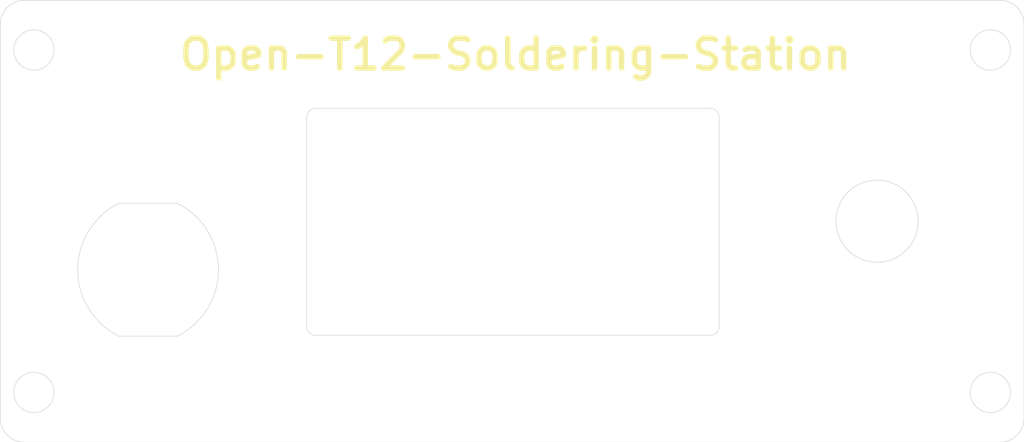
<source format=kicad_pcb>
(kicad_pcb
	(version 20240108)
	(generator "pcbnew")
	(generator_version "8.0")
	(general
		(thickness 1.6)
		(legacy_teardrops no)
	)
	(paper "A4")
	(layers
		(0 "F.Cu" signal)
		(31 "B.Cu" signal)
		(32 "B.Adhes" user "B.Adhesive")
		(33 "F.Adhes" user "F.Adhesive")
		(34 "B.Paste" user)
		(35 "F.Paste" user)
		(36 "B.SilkS" user "B.Silkscreen")
		(37 "F.SilkS" user "F.Silkscreen")
		(38 "B.Mask" user)
		(39 "F.Mask" user)
		(40 "Dwgs.User" user "User.Drawings")
		(41 "Cmts.User" user "User.Comments")
		(42 "Eco1.User" user "User.Eco1")
		(43 "Eco2.User" user "User.Eco2")
		(44 "Edge.Cuts" user)
		(45 "Margin" user)
		(46 "B.CrtYd" user "B.Courtyard")
		(47 "F.CrtYd" user "F.Courtyard")
		(48 "B.Fab" user)
		(49 "F.Fab" user)
	)
	(setup
		(pad_to_mask_clearance 0)
		(allow_soldermask_bridges_in_footprints no)
		(grid_origin 83 149)
		(pcbplotparams
			(layerselection 0x00010a0_7ffffffe)
			(plot_on_all_layers_selection 0x0000000_00000000)
			(disableapertmacros no)
			(usegerberextensions no)
			(usegerberattributes yes)
			(usegerberadvancedattributes yes)
			(creategerberjobfile yes)
			(dashed_line_dash_ratio 12.000000)
			(dashed_line_gap_ratio 3.000000)
			(svgprecision 4)
			(plotframeref no)
			(viasonmask no)
			(mode 1)
			(useauxorigin no)
			(hpglpennumber 1)
			(hpglpenspeed 20)
			(hpglpendiameter 15.000000)
			(pdf_front_fp_property_popups yes)
			(pdf_back_fp_property_popups yes)
			(dxfpolygonmode yes)
			(dxfimperialunits yes)
			(dxfusepcbnewfont yes)
			(psnegative no)
			(psa4output no)
			(plotreference yes)
			(plotvalue yes)
			(plotfptext yes)
			(plotinvisibletext no)
			(sketchpadsonfab no)
			(subtractmaskfromsilk no)
			(outputformat 1)
			(mirror no)
			(drillshape 0)
			(scaleselection 1)
			(outputdirectory "")
		)
	)
	(net 0 "")
	(gr_arc
		(start 99.8275 139.3988)
		(mid 100.366315 139.621985)
		(end 100.5895 140.1608)
		(stroke
			(width 0.05)
			(type solid)
		)
		(layer "Edge.Cuts")
		(uuid "061d9038-1dd6-4615-8571-53b6ec253536")
	)
	(gr_circle
		(center 123.64 134.4331)
		(end 121.9255 134.4331)
		(stroke
			(width 0.05)
			(type solid)
		)
		(fill none)
		(layer "Edge.Cuts")
		(uuid "18a59845-a7c5-4c27-a0bb-a4bac7f7d69d")
	)
	(gr_line
		(start 49.5863 147.476)
		(end 54.5393 147.476)
		(stroke
			(width 0.05)
			(type solid)
		)
		(layer "Edge.Cuts")
		(uuid "2376fb43-f69f-44c5-8177-9135b6156238")
	)
	(gr_arc
		(start 126.4975 165.764)
		(mid 125.902341 167.200841)
		(end 124.4655 167.796)
		(stroke
			(width 0.05)
			(type solid)
		)
		(layer "Edge.Cuts")
		(uuid "25cbe137-4f57-45b4-b0b6-a6d8ef177f9b")
	)
	(gr_arc
		(start 49.5863 158.779)
		(mid 46.0811 153.1275)
		(end 49.5863 147.476)
		(stroke
			(width 0.05)
			(type solid)
		)
		(layer "Edge.Cuts")
		(uuid "26ec70f3-847e-4ac3-88de-72118caee094")
	)
	(gr_arc
		(start 39.5025 132.236)
		(mid 40.097659 130.799159)
		(end 41.5345 130.204)
		(stroke
			(width 0.05)
			(type solid)
		)
		(layer "Edge.Cuts")
		(uuid "3f22e141-3e2a-49b8-9335-75ffb3c3531f")
	)
	(gr_circle
		(center 114.0134 149)
		(end 110.5209 149)
		(stroke
			(width 0.05)
			(type solid)
		)
		(fill none)
		(layer "Edge.Cuts")
		(uuid "429dc7e7-6a9b-4b72-990d-e865d1a8400c")
	)
	(gr_line
		(start 100.5895 157.9408)
		(end 100.5895 140.1608)
		(stroke
			(width 0.05)
			(type solid)
		)
		(layer "Edge.Cuts")
		(uuid "43d2f9e1-71c9-45d5-896b-e250bc1667c9")
	)
	(gr_arc
		(start 54.5393 147.476)
		(mid 58.0445 153.1275)
		(end 54.5393 158.779)
		(stroke
			(width 0.05)
			(type solid)
		)
		(layer "Edge.Cuts")
		(uuid "479d833e-2c98-4718-99fb-b3db84389f93")
	)
	(gr_arc
		(start 66.2995 158.7028)
		(mid 65.760685 158.479615)
		(end 65.5375 157.9408)
		(stroke
			(width 0.05)
			(type solid)
		)
		(layer "Edge.Cuts")
		(uuid "78897ac0-fa7c-49d7-838b-bc5b561f54a4")
	)
	(gr_line
		(start 54.5393 158.779)
		(end 49.5863 158.779)
		(stroke
			(width 0.05)
			(type solid)
		)
		(layer "Edge.Cuts")
		(uuid "79f4a453-ac28-47f3-aaa6-2c815869f66e")
	)
	(gr_line
		(start 126.4975 132.236)
		(end 126.4975 165.764)
		(stroke
			(width 0.05)
			(type solid)
		)
		(layer "Edge.Cuts")
		(uuid "7a50b1cd-502d-4bf5-a372-869ecd8baf08")
	)
	(gr_arc
		(start 65.5375 140.1608)
		(mid 65.760685 139.621985)
		(end 66.2995 139.3988)
		(stroke
			(width 0.05)
			(type solid)
		)
		(layer "Edge.Cuts")
		(uuid "7e55e8e4-d850-4db7-ab62-56cb70b5e529")
	)
	(gr_circle
		(center 123.64 163.5669)
		(end 121.9255 163.5669)
		(stroke
			(width 0.05)
			(type solid)
		)
		(fill none)
		(layer "Edge.Cuts")
		(uuid "94e82758-7b8a-49f8-9785-872345601328")
	)
	(gr_circle
		(center 42.36 134.4331)
		(end 40.6455 134.4331)
		(stroke
			(width 0.05)
			(type solid)
		)
		(fill none)
		(layer "Edge.Cuts")
		(uuid "9d39d177-780d-4804-be2c-23489a9b6e88")
	)
	(gr_line
		(start 124.4655 167.796)
		(end 41.5345 167.796)
		(stroke
			(width 0.05)
			(type solid)
		)
		(layer "Edge.Cuts")
		(uuid "9d585742-af01-4a66-910a-a4e995a1dfe0")
	)
	(gr_circle
		(center 42.36 163.5669)
		(end 40.6455 163.5669)
		(stroke
			(width 0.05)
			(type solid)
		)
		(fill none)
		(layer "Edge.Cuts")
		(uuid "a32dd9bb-6263-4dc1-a292-0e7881b199f1")
	)
	(gr_line
		(start 39.5025 165.764)
		(end 39.5025 132.236)
		(stroke
			(width 0.05)
			(type solid)
		)
		(layer "Edge.Cuts")
		(uuid "a3f615d7-cfd3-476b-83cf-4b866beeb654")
	)
	(gr_arc
		(start 124.4655 130.204)
		(mid 125.902341 130.799159)
		(end 126.4975 132.236)
		(stroke
			(width 0.05)
			(type solid)
		)
		(layer "Edge.Cuts")
		(uuid "a9d6a717-eca3-43a1-9291-8df9807cc0ef")
	)
	(gr_arc
		(start 41.5345 167.796)
		(mid 40.097659 167.200841)
		(end 39.5025 165.764)
		(stroke
			(width 0.05)
			(type solid)
		)
		(layer "Edge.Cuts")
		(uuid "bf1a171e-7d4e-4151-b272-50ce1178126b")
	)
	(gr_line
		(start 65.5375 140.1608)
		(end 65.5375 157.9408)
		(stroke
			(width 0.05)
			(type solid)
		)
		(layer "Edge.Cuts")
		(uuid "ccaaad00-c375-4f46-b2f2-227d246a8d60")
	)
	(gr_arc
		(start 100.5895 157.9408)
		(mid 100.366315 158.479615)
		(end 99.8275 158.7028)
		(stroke
			(width 0.05)
			(type solid)
		)
		(layer "Edge.Cuts")
		(uuid "d6118cf2-a072-44ff-ad79-7c18e29c8d46")
	)
	(gr_line
		(start 99.8275 139.3988)
		(end 66.2995 139.3988)
		(stroke
			(width 0.05)
			(type solid)
		)
		(layer "Edge.Cuts")
		(uuid "eb9047c2-5d79-433d-8ffe-68e18fd94f89")
	)
	(gr_line
		(start 66.2995 158.7028)
		(end 99.8275 158.7028)
		(stroke
			(width 0.05)
			(type solid)
		)
		(layer "Edge.Cuts")
		(uuid "fafe6123-e820-4371-a636-e7f51c88227f")
	)
	(gr_line
		(start 41.5345 130.204)
		(end 124.4655 130.204)
		(stroke
			(width 0.05)
			(type solid)
		)
		(layer "Edge.Cuts")
		(uuid "fdf1e1c9-6b0d-4892-a772-1b49e73410f8")
	)
	(gr_text "Open-T12-Soldering-Station"
		(at 54.5 136.3 0)
		(layer "F.SilkS")
		(uuid "74828e21-0e4a-4fe9-881b-c943237f8432")
		(effects
			(font
				(size 2.54 2.54)
				(thickness 0.4572)
				(bold yes)
			)
			(justify left bottom)
		)
	)
)

</source>
